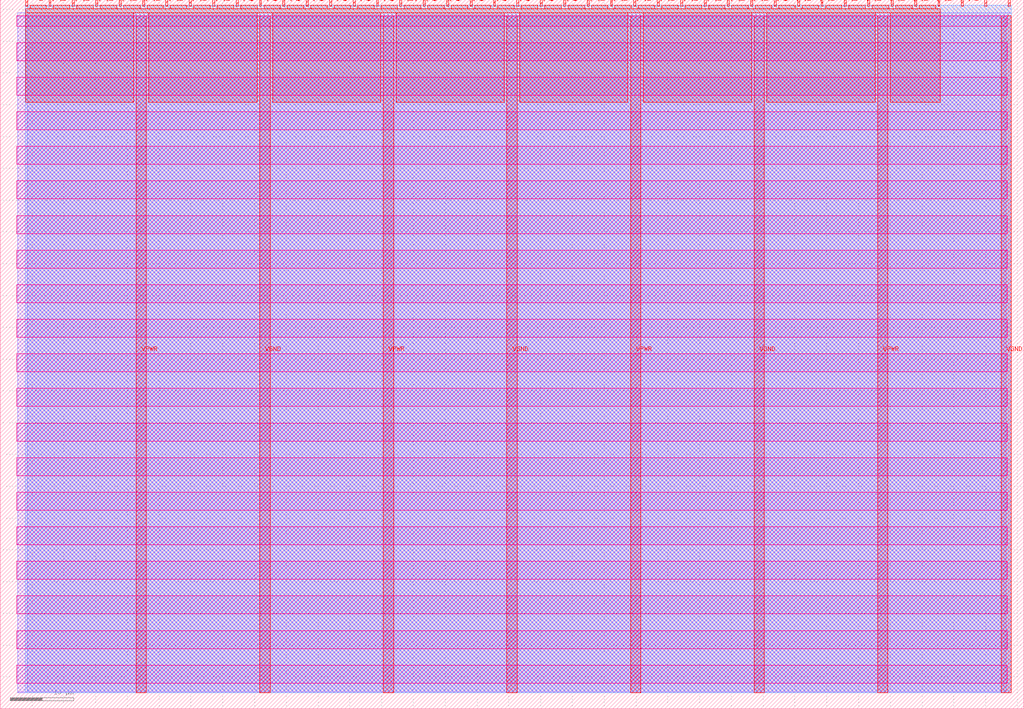
<source format=lef>
VERSION 5.7 ;
  NOWIREEXTENSIONATPIN ON ;
  DIVIDERCHAR "/" ;
  BUSBITCHARS "[]" ;
MACRO tt_um_ALU
  CLASS BLOCK ;
  FOREIGN tt_um_ALU ;
  ORIGIN 0.000 0.000 ;
  SIZE 161.000 BY 111.520 ;
  PIN VGND
    DIRECTION INOUT ;
    USE GROUND ;
    PORT
      LAYER met4 ;
        RECT 40.830 2.480 42.430 109.040 ;
    END
    PORT
      LAYER met4 ;
        RECT 79.700 2.480 81.300 109.040 ;
    END
    PORT
      LAYER met4 ;
        RECT 118.570 2.480 120.170 109.040 ;
    END
    PORT
      LAYER met4 ;
        RECT 157.440 2.480 159.040 109.040 ;
    END
  END VGND
  PIN VPWR
    DIRECTION INOUT ;
    USE POWER ;
    PORT
      LAYER met4 ;
        RECT 21.395 2.480 22.995 109.040 ;
    END
    PORT
      LAYER met4 ;
        RECT 60.265 2.480 61.865 109.040 ;
    END
    PORT
      LAYER met4 ;
        RECT 99.135 2.480 100.735 109.040 ;
    END
    PORT
      LAYER met4 ;
        RECT 138.005 2.480 139.605 109.040 ;
    END
  END VPWR
  PIN clk
    DIRECTION INPUT ;
    USE SIGNAL ;
    PORT
      LAYER met4 ;
        RECT 154.870 110.520 155.170 111.520 ;
    END
  END clk
  PIN ena
    DIRECTION INPUT ;
    USE SIGNAL ;
    PORT
      LAYER met4 ;
        RECT 158.550 110.520 158.850 111.520 ;
    END
  END ena
  PIN rst_n
    DIRECTION INPUT ;
    USE SIGNAL ;
    PORT
      LAYER met4 ;
        RECT 151.190 110.520 151.490 111.520 ;
    END
  END rst_n
  PIN ui_in[0]
    DIRECTION INPUT ;
    USE SIGNAL ;
    ANTENNAGATEAREA 0.213000 ;
    PORT
      LAYER met4 ;
        RECT 147.510 110.520 147.810 111.520 ;
    END
  END ui_in[0]
  PIN ui_in[1]
    DIRECTION INPUT ;
    USE SIGNAL ;
    ANTENNAGATEAREA 0.196500 ;
    PORT
      LAYER met4 ;
        RECT 143.830 110.520 144.130 111.520 ;
    END
  END ui_in[1]
  PIN ui_in[2]
    DIRECTION INPUT ;
    USE SIGNAL ;
    ANTENNAGATEAREA 0.159000 ;
    PORT
      LAYER met4 ;
        RECT 140.150 110.520 140.450 111.520 ;
    END
  END ui_in[2]
  PIN ui_in[3]
    DIRECTION INPUT ;
    USE SIGNAL ;
    ANTENNAGATEAREA 0.196500 ;
    PORT
      LAYER met4 ;
        RECT 136.470 110.520 136.770 111.520 ;
    END
  END ui_in[3]
  PIN ui_in[4]
    DIRECTION INPUT ;
    USE SIGNAL ;
    ANTENNAGATEAREA 0.196500 ;
    PORT
      LAYER met4 ;
        RECT 132.790 110.520 133.090 111.520 ;
    END
  END ui_in[4]
  PIN ui_in[5]
    DIRECTION INPUT ;
    USE SIGNAL ;
    ANTENNAGATEAREA 0.196500 ;
    PORT
      LAYER met4 ;
        RECT 129.110 110.520 129.410 111.520 ;
    END
  END ui_in[5]
  PIN ui_in[6]
    DIRECTION INPUT ;
    USE SIGNAL ;
    PORT
      LAYER met4 ;
        RECT 125.430 110.520 125.730 111.520 ;
    END
  END ui_in[6]
  PIN ui_in[7]
    DIRECTION INPUT ;
    USE SIGNAL ;
    PORT
      LAYER met4 ;
        RECT 121.750 110.520 122.050 111.520 ;
    END
  END ui_in[7]
  PIN uio_in[0]
    DIRECTION INPUT ;
    USE SIGNAL ;
    ANTENNAGATEAREA 0.213000 ;
    PORT
      LAYER met4 ;
        RECT 118.070 110.520 118.370 111.520 ;
    END
  END uio_in[0]
  PIN uio_in[1]
    DIRECTION INPUT ;
    USE SIGNAL ;
    ANTENNAGATEAREA 0.196500 ;
    PORT
      LAYER met4 ;
        RECT 114.390 110.520 114.690 111.520 ;
    END
  END uio_in[1]
  PIN uio_in[2]
    DIRECTION INPUT ;
    USE SIGNAL ;
    ANTENNAGATEAREA 0.196500 ;
    PORT
      LAYER met4 ;
        RECT 110.710 110.520 111.010 111.520 ;
    END
  END uio_in[2]
  PIN uio_in[3]
    DIRECTION INPUT ;
    USE SIGNAL ;
    PORT
      LAYER met4 ;
        RECT 107.030 110.520 107.330 111.520 ;
    END
  END uio_in[3]
  PIN uio_in[4]
    DIRECTION INPUT ;
    USE SIGNAL ;
    PORT
      LAYER met4 ;
        RECT 103.350 110.520 103.650 111.520 ;
    END
  END uio_in[4]
  PIN uio_in[5]
    DIRECTION INPUT ;
    USE SIGNAL ;
    PORT
      LAYER met4 ;
        RECT 99.670 110.520 99.970 111.520 ;
    END
  END uio_in[5]
  PIN uio_in[6]
    DIRECTION INPUT ;
    USE SIGNAL ;
    PORT
      LAYER met4 ;
        RECT 95.990 110.520 96.290 111.520 ;
    END
  END uio_in[6]
  PIN uio_in[7]
    DIRECTION INPUT ;
    USE SIGNAL ;
    PORT
      LAYER met4 ;
        RECT 92.310 110.520 92.610 111.520 ;
    END
  END uio_in[7]
  PIN uio_oe[0]
    DIRECTION OUTPUT TRISTATE ;
    USE SIGNAL ;
    PORT
      LAYER met4 ;
        RECT 29.750 110.520 30.050 111.520 ;
    END
  END uio_oe[0]
  PIN uio_oe[1]
    DIRECTION OUTPUT TRISTATE ;
    USE SIGNAL ;
    PORT
      LAYER met4 ;
        RECT 26.070 110.520 26.370 111.520 ;
    END
  END uio_oe[1]
  PIN uio_oe[2]
    DIRECTION OUTPUT TRISTATE ;
    USE SIGNAL ;
    PORT
      LAYER met4 ;
        RECT 22.390 110.520 22.690 111.520 ;
    END
  END uio_oe[2]
  PIN uio_oe[3]
    DIRECTION OUTPUT TRISTATE ;
    USE SIGNAL ;
    PORT
      LAYER met4 ;
        RECT 18.710 110.520 19.010 111.520 ;
    END
  END uio_oe[3]
  PIN uio_oe[4]
    DIRECTION OUTPUT TRISTATE ;
    USE SIGNAL ;
    PORT
      LAYER met4 ;
        RECT 15.030 110.520 15.330 111.520 ;
    END
  END uio_oe[4]
  PIN uio_oe[5]
    DIRECTION OUTPUT TRISTATE ;
    USE SIGNAL ;
    PORT
      LAYER met4 ;
        RECT 11.350 110.520 11.650 111.520 ;
    END
  END uio_oe[5]
  PIN uio_oe[6]
    DIRECTION OUTPUT TRISTATE ;
    USE SIGNAL ;
    PORT
      LAYER met4 ;
        RECT 7.670 110.520 7.970 111.520 ;
    END
  END uio_oe[6]
  PIN uio_oe[7]
    DIRECTION OUTPUT TRISTATE ;
    USE SIGNAL ;
    PORT
      LAYER met4 ;
        RECT 3.990 110.520 4.290 111.520 ;
    END
  END uio_oe[7]
  PIN uio_out[0]
    DIRECTION OUTPUT TRISTATE ;
    USE SIGNAL ;
    PORT
      LAYER met4 ;
        RECT 59.190 110.520 59.490 111.520 ;
    END
  END uio_out[0]
  PIN uio_out[1]
    DIRECTION OUTPUT TRISTATE ;
    USE SIGNAL ;
    PORT
      LAYER met4 ;
        RECT 55.510 110.520 55.810 111.520 ;
    END
  END uio_out[1]
  PIN uio_out[2]
    DIRECTION OUTPUT TRISTATE ;
    USE SIGNAL ;
    PORT
      LAYER met4 ;
        RECT 51.830 110.520 52.130 111.520 ;
    END
  END uio_out[2]
  PIN uio_out[3]
    DIRECTION OUTPUT TRISTATE ;
    USE SIGNAL ;
    PORT
      LAYER met4 ;
        RECT 48.150 110.520 48.450 111.520 ;
    END
  END uio_out[3]
  PIN uio_out[4]
    DIRECTION OUTPUT TRISTATE ;
    USE SIGNAL ;
    PORT
      LAYER met4 ;
        RECT 44.470 110.520 44.770 111.520 ;
    END
  END uio_out[4]
  PIN uio_out[5]
    DIRECTION OUTPUT TRISTATE ;
    USE SIGNAL ;
    PORT
      LAYER met4 ;
        RECT 40.790 110.520 41.090 111.520 ;
    END
  END uio_out[5]
  PIN uio_out[6]
    DIRECTION OUTPUT TRISTATE ;
    USE SIGNAL ;
    PORT
      LAYER met4 ;
        RECT 37.110 110.520 37.410 111.520 ;
    END
  END uio_out[6]
  PIN uio_out[7]
    DIRECTION OUTPUT TRISTATE ;
    USE SIGNAL ;
    PORT
      LAYER met4 ;
        RECT 33.430 110.520 33.730 111.520 ;
    END
  END uio_out[7]
  PIN uo_out[0]
    DIRECTION OUTPUT TRISTATE ;
    USE SIGNAL ;
    ANTENNADIFFAREA 0.933750 ;
    PORT
      LAYER met4 ;
        RECT 88.630 110.520 88.930 111.520 ;
    END
  END uo_out[0]
  PIN uo_out[1]
    DIRECTION OUTPUT TRISTATE ;
    USE SIGNAL ;
    ANTENNADIFFAREA 0.891000 ;
    PORT
      LAYER met4 ;
        RECT 84.950 110.520 85.250 111.520 ;
    END
  END uo_out[1]
  PIN uo_out[2]
    DIRECTION OUTPUT TRISTATE ;
    USE SIGNAL ;
    ANTENNADIFFAREA 1.683800 ;
    PORT
      LAYER met4 ;
        RECT 81.270 110.520 81.570 111.520 ;
    END
  END uo_out[2]
  PIN uo_out[3]
    DIRECTION OUTPUT TRISTATE ;
    USE SIGNAL ;
    ANTENNADIFFAREA 0.891000 ;
    PORT
      LAYER met4 ;
        RECT 77.590 110.520 77.890 111.520 ;
    END
  END uo_out[3]
  PIN uo_out[4]
    DIRECTION OUTPUT TRISTATE ;
    USE SIGNAL ;
    ANTENNADIFFAREA 0.445500 ;
    PORT
      LAYER met4 ;
        RECT 73.910 110.520 74.210 111.520 ;
    END
  END uo_out[4]
  PIN uo_out[5]
    DIRECTION OUTPUT TRISTATE ;
    USE SIGNAL ;
    ANTENNADIFFAREA 0.911000 ;
    PORT
      LAYER met4 ;
        RECT 70.230 110.520 70.530 111.520 ;
    END
  END uo_out[5]
  PIN uo_out[6]
    DIRECTION OUTPUT TRISTATE ;
    USE SIGNAL ;
    PORT
      LAYER met4 ;
        RECT 66.550 110.520 66.850 111.520 ;
    END
  END uo_out[6]
  PIN uo_out[7]
    DIRECTION OUTPUT TRISTATE ;
    USE SIGNAL ;
    PORT
      LAYER met4 ;
        RECT 62.870 110.520 63.170 111.520 ;
    END
  END uo_out[7]
  OBS
      LAYER nwell ;
        RECT 2.570 107.385 158.430 108.990 ;
        RECT 2.570 101.945 158.430 104.775 ;
        RECT 2.570 96.505 158.430 99.335 ;
        RECT 2.570 91.065 158.430 93.895 ;
        RECT 2.570 85.625 158.430 88.455 ;
        RECT 2.570 80.185 158.430 83.015 ;
        RECT 2.570 74.745 158.430 77.575 ;
        RECT 2.570 69.305 158.430 72.135 ;
        RECT 2.570 63.865 158.430 66.695 ;
        RECT 2.570 58.425 158.430 61.255 ;
        RECT 2.570 52.985 158.430 55.815 ;
        RECT 2.570 47.545 158.430 50.375 ;
        RECT 2.570 42.105 158.430 44.935 ;
        RECT 2.570 36.665 158.430 39.495 ;
        RECT 2.570 31.225 158.430 34.055 ;
        RECT 2.570 25.785 158.430 28.615 ;
        RECT 2.570 20.345 158.430 23.175 ;
        RECT 2.570 14.905 158.430 17.735 ;
        RECT 2.570 9.465 158.430 12.295 ;
        RECT 2.570 4.025 158.430 6.855 ;
      LAYER li1 ;
        RECT 2.760 2.635 158.240 108.885 ;
      LAYER met1 ;
        RECT 2.760 2.480 159.040 109.440 ;
      LAYER met2 ;
        RECT 4.230 2.535 159.010 110.685 ;
      LAYER met3 ;
        RECT 3.950 2.555 159.030 110.665 ;
      LAYER met4 ;
        RECT 4.690 110.120 7.270 110.665 ;
        RECT 8.370 110.120 10.950 110.665 ;
        RECT 12.050 110.120 14.630 110.665 ;
        RECT 15.730 110.120 18.310 110.665 ;
        RECT 19.410 110.120 21.990 110.665 ;
        RECT 23.090 110.120 25.670 110.665 ;
        RECT 26.770 110.120 29.350 110.665 ;
        RECT 30.450 110.120 33.030 110.665 ;
        RECT 34.130 110.120 36.710 110.665 ;
        RECT 37.810 110.120 40.390 110.665 ;
        RECT 41.490 110.120 44.070 110.665 ;
        RECT 45.170 110.120 47.750 110.665 ;
        RECT 48.850 110.120 51.430 110.665 ;
        RECT 52.530 110.120 55.110 110.665 ;
        RECT 56.210 110.120 58.790 110.665 ;
        RECT 59.890 110.120 62.470 110.665 ;
        RECT 63.570 110.120 66.150 110.665 ;
        RECT 67.250 110.120 69.830 110.665 ;
        RECT 70.930 110.120 73.510 110.665 ;
        RECT 74.610 110.120 77.190 110.665 ;
        RECT 78.290 110.120 80.870 110.665 ;
        RECT 81.970 110.120 84.550 110.665 ;
        RECT 85.650 110.120 88.230 110.665 ;
        RECT 89.330 110.120 91.910 110.665 ;
        RECT 93.010 110.120 95.590 110.665 ;
        RECT 96.690 110.120 99.270 110.665 ;
        RECT 100.370 110.120 102.950 110.665 ;
        RECT 104.050 110.120 106.630 110.665 ;
        RECT 107.730 110.120 110.310 110.665 ;
        RECT 111.410 110.120 113.990 110.665 ;
        RECT 115.090 110.120 117.670 110.665 ;
        RECT 118.770 110.120 121.350 110.665 ;
        RECT 122.450 110.120 125.030 110.665 ;
        RECT 126.130 110.120 128.710 110.665 ;
        RECT 129.810 110.120 132.390 110.665 ;
        RECT 133.490 110.120 136.070 110.665 ;
        RECT 137.170 110.120 139.750 110.665 ;
        RECT 140.850 110.120 143.430 110.665 ;
        RECT 144.530 110.120 147.110 110.665 ;
        RECT 3.975 109.440 147.825 110.120 ;
        RECT 3.975 95.375 20.995 109.440 ;
        RECT 23.395 95.375 40.430 109.440 ;
        RECT 42.830 95.375 59.865 109.440 ;
        RECT 62.265 95.375 79.300 109.440 ;
        RECT 81.700 95.375 98.735 109.440 ;
        RECT 101.135 95.375 118.170 109.440 ;
        RECT 120.570 95.375 137.605 109.440 ;
        RECT 140.005 95.375 147.825 109.440 ;
  END
END tt_um_ALU
END LIBRARY


</source>
